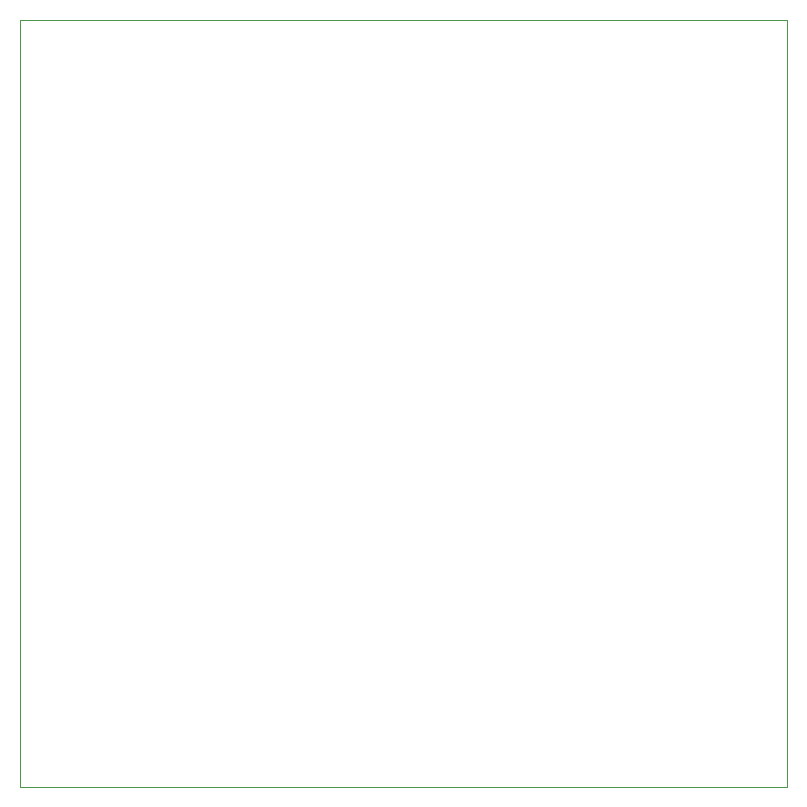
<source format=gbr>
%TF.GenerationSoftware,KiCad,Pcbnew,5.1.8+dfsg1-1*%
%TF.CreationDate,2020-11-26T10:16:37+01:00*%
%TF.ProjectId,ws2812b_ctrl_RF,77733238-3132-4625-9f63-74726c5f5246,rev?*%
%TF.SameCoordinates,Original*%
%TF.FileFunction,Profile,NP*%
%FSLAX46Y46*%
G04 Gerber Fmt 4.6, Leading zero omitted, Abs format (unit mm)*
G04 Created by KiCad (PCBNEW 5.1.8+dfsg1-1) date 2020-11-26 10:16:37*
%MOMM*%
%LPD*%
G01*
G04 APERTURE LIST*
%TA.AperFunction,Profile*%
%ADD10C,0.050000*%
%TD*%
G04 APERTURE END LIST*
D10*
X70000000Y-70000000D02*
X70000000Y-135000000D01*
X135000000Y-70000000D02*
X70000000Y-70000000D01*
X135000000Y-135000000D02*
X135000000Y-70000000D01*
X70000000Y-135000000D02*
X135000000Y-135000000D01*
M02*

</source>
